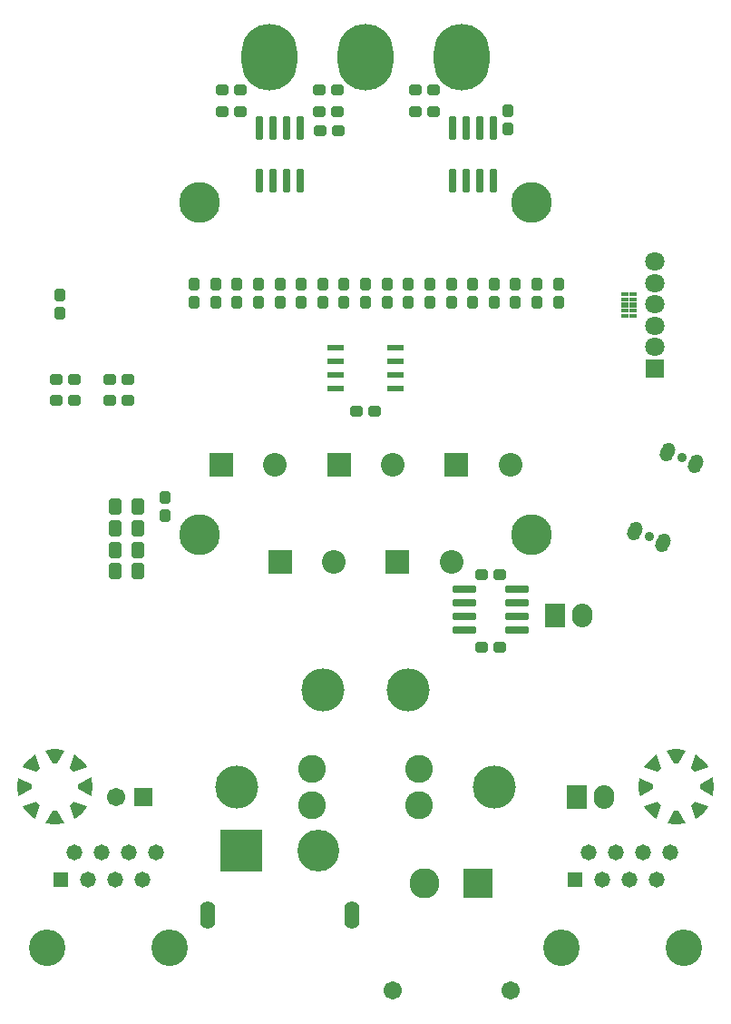
<source format=gbs>
%TF.GenerationSoftware,Altium Limited,Altium Designer,23.4.1 (23)*%
G04 Layer_Color=16711935*
%FSLAX45Y45*%
%MOMM*%
%TF.SameCoordinates,71FFD784-3963-444D-9D63-9DA0FBDCC313*%
%TF.FilePolarity,Negative*%
%TF.FileFunction,Soldermask,Bot*%
%TF.Part,Single*%
G01*
G75*
%TA.AperFunction,ComponentPad*%
%ADD48C,3.80000*%
%TA.AperFunction,SMDPad,CuDef*%
%ADD77R,1.60300X0.55880*%
G04:AMPARAMS|DCode=115|XSize=1.1032mm|YSize=1.0032mm|CornerRadius=0.1616mm|HoleSize=0mm|Usage=FLASHONLY|Rotation=180.000|XOffset=0mm|YOffset=0mm|HoleType=Round|Shape=RoundedRectangle|*
%AMROUNDEDRECTD115*
21,1,1.10320,0.68000,0,0,180.0*
21,1,0.78000,1.00320,0,0,180.0*
1,1,0.32320,-0.39000,0.34000*
1,1,0.32320,0.39000,0.34000*
1,1,0.32320,0.39000,-0.34000*
1,1,0.32320,-0.39000,-0.34000*
%
%ADD115ROUNDEDRECTD115*%
G04:AMPARAMS|DCode=118|XSize=1.1032mm|YSize=1.0032mm|CornerRadius=0.1616mm|HoleSize=0mm|Usage=FLASHONLY|Rotation=270.000|XOffset=0mm|YOffset=0mm|HoleType=Round|Shape=RoundedRectangle|*
%AMROUNDEDRECTD118*
21,1,1.10320,0.68000,0,0,270.0*
21,1,0.78000,1.00320,0,0,270.0*
1,1,0.32320,-0.34000,-0.39000*
1,1,0.32320,-0.34000,0.39000*
1,1,0.32320,0.34000,0.39000*
1,1,0.32320,0.34000,-0.39000*
%
%ADD118ROUNDEDRECTD118*%
G04:AMPARAMS|DCode=120|XSize=1.1032mm|YSize=1.6032mm|CornerRadius=0.1691mm|HoleSize=0mm|Usage=FLASHONLY|Rotation=180.000|XOffset=0mm|YOffset=0mm|HoleType=Round|Shape=RoundedRectangle|*
%AMROUNDEDRECTD120*
21,1,1.10320,1.26500,0,0,180.0*
21,1,0.76500,1.60320,0,0,180.0*
1,1,0.33820,-0.38250,0.63250*
1,1,0.33820,0.38250,0.63250*
1,1,0.33820,0.38250,-0.63250*
1,1,0.33820,-0.38250,-0.63250*
%
%ADD120ROUNDEDRECTD120*%
%TA.AperFunction,ComponentPad*%
%ADD140C,2.20320*%
%ADD141R,2.20320X2.20320*%
%ADD142C,4.00320*%
%ADD143R,1.90320X2.20320*%
%ADD144O,1.90320X2.20320*%
%ADD145C,1.70320*%
%ADD146R,1.70320X1.70320*%
%ADD147C,1.80320*%
%ADD148R,1.80320X1.80320*%
%ADD149R,1.47120X1.47120*%
%ADD150C,1.47120*%
%ADD151C,3.40320*%
%ADD152C,1.71120*%
%ADD153C,2.80320*%
%ADD154R,2.80320X2.80320*%
%ADD155O,1.40320X2.60320*%
%ADD156R,3.90320X3.90320*%
%ADD157C,3.90320*%
%ADD158C,0.91320*%
G04:AMPARAMS|DCode=159|XSize=1.8032mm|YSize=1.3032mm|CornerRadius=0mm|HoleSize=0mm|Usage=FLASHONLY|Rotation=67.500|XOffset=0mm|YOffset=0mm|HoleType=Round|Shape=Round|*
%AMOVALD159*
21,1,0.50000,1.30320,0.00000,0.00000,67.5*
1,1,1.30320,-0.09567,-0.23097*
1,1,1.30320,0.09567,0.23097*
%
%ADD159OVALD159*%

%ADD160C,2.60320*%
%ADD161O,5.20320X6.20320*%
%TA.AperFunction,SMDPad,CuDef*%
G04:AMPARAMS|DCode=162|XSize=0.7366mm|YSize=2.1844mm|CornerRadius=0.16828mm|HoleSize=0mm|Usage=FLASHONLY|Rotation=0.000|XOffset=0mm|YOffset=0mm|HoleType=Round|Shape=RoundedRectangle|*
%AMROUNDEDRECTD162*
21,1,0.73660,1.84785,0,0,0.0*
21,1,0.40005,2.18440,0,0,0.0*
1,1,0.33655,0.20002,-0.92392*
1,1,0.33655,-0.20002,-0.92392*
1,1,0.33655,-0.20002,0.92392*
1,1,0.33655,0.20002,0.92392*
%
%ADD162ROUNDEDRECTD162*%
%ADD163R,0.72500X0.35000*%
%ADD164R,0.80000X0.55000*%
%ADD165R,0.67500X0.55000*%
G04:AMPARAMS|DCode=166|XSize=0.7366mm|YSize=2.1844mm|CornerRadius=0.16828mm|HoleSize=0mm|Usage=FLASHONLY|Rotation=90.000|XOffset=0mm|YOffset=0mm|HoleType=Round|Shape=RoundedRectangle|*
%AMROUNDEDRECTD166*
21,1,0.73660,1.84785,0,0,90.0*
21,1,0.40005,2.18440,0,0,90.0*
1,1,0.33655,0.92392,0.20002*
1,1,0.33655,0.92392,-0.20002*
1,1,0.33655,-0.92392,-0.20002*
1,1,0.33655,-0.92392,0.20002*
%
%ADD166ROUNDEDRECTD166*%
G36*
X-2835904Y-3555241D02*
X-2814927Y-3560497D01*
X-2877800Y-3680400D01*
X-2923200D01*
X-2985956Y-3560719D01*
Y-3560719D01*
X-2985956D01*
X-2964994Y-3555408D01*
X-2922080Y-3550028D01*
X-2878831Y-3549972D01*
X-2835904Y-3555241D01*
D02*
G37*
G36*
X-2720872Y-3599312D02*
X-2702294Y-3610380D01*
X-2668146Y-3636920D01*
X-2637524Y-3667462D01*
X-2610895Y-3701541D01*
X-2599779Y-3720090D01*
X-2729021Y-3760417D01*
X-2761124Y-3728314D01*
X-2720872Y-3599312D01*
X-2720872Y-3599312D01*
Y-3599312D01*
D02*
G37*
G36*
X-3039583Y-3729021D02*
X-3071686Y-3761124D01*
X-3200688Y-3720872D01*
X-3200688Y-3720872D01*
X-3189621Y-3702294D01*
X-3163081Y-3668146D01*
X-3132538Y-3637524D01*
X-3098459Y-3610895D01*
X-3079910Y-3599779D01*
X-3039583Y-3729021D01*
D02*
G37*
G36*
X-2555408Y-3835007D02*
X-2550028Y-3877920D01*
X-2549972Y-3921169D01*
X-2555241Y-3964097D01*
X-2560497Y-3985073D01*
X-2680400Y-3922200D01*
Y-3876800D01*
X-2560719Y-3814044D01*
X-2560719D01*
X-2555408Y-3835007D01*
D02*
G37*
G36*
X-3119600Y-3877800D02*
Y-3923200D01*
X-3239281Y-3985956D01*
X-3239281D01*
X-3239281Y-3985956D01*
X-3244592Y-3964994D01*
X-3249972Y-3922080D01*
X-3250028Y-3878831D01*
X-3244760Y-3835904D01*
X-3239504Y-3814927D01*
X-3119600Y-3877800D01*
D02*
G37*
G36*
X-2599312Y-4079128D02*
X-2599312Y-4079128D01*
X-2599312Y-4079128D01*
X-2610380Y-4097706D01*
X-2636920Y-4131855D01*
X-2667462Y-4162476D01*
X-2701541Y-4189105D01*
X-2720090Y-4200221D01*
X-2760417Y-4070979D01*
X-2728314Y-4038876D01*
X-2599312Y-4079128D01*
D02*
G37*
G36*
X-3038876Y-4071686D02*
X-3079128Y-4200688D01*
X-3079128Y-4200688D01*
X-3079128D01*
X-3097706Y-4189621D01*
X-3131855Y-4163081D01*
X-3162476Y-4132538D01*
X-3189105Y-4098459D01*
X-3200221Y-4079910D01*
X-3070979Y-4039583D01*
X-3038876Y-4071686D01*
D02*
G37*
G36*
X-2814044Y-4239281D02*
Y-4239281D01*
Y-4239281D01*
X-2835007Y-4244592D01*
X-2877920Y-4249972D01*
X-2921169Y-4250028D01*
X-2964097Y-4244760D01*
X-2985073Y-4239504D01*
X-2922200Y-4119600D01*
X-2876800D01*
X-2814044Y-4239281D01*
D02*
G37*
G36*
X2964096Y-3555241D02*
X2985073Y-3560497D01*
X2922200Y-3680400D01*
X2876800D01*
X2814044Y-3560719D01*
Y-3560719D01*
X2814044D01*
X2835007Y-3555408D01*
X2877920Y-3550028D01*
X2921169Y-3549972D01*
X2964096Y-3555241D01*
D02*
G37*
G36*
X3079128Y-3599312D02*
X3097706Y-3610380D01*
X3131854Y-3636920D01*
X3162476Y-3667462D01*
X3189105Y-3701541D01*
X3200221Y-3720090D01*
X3070979Y-3760417D01*
X3038876Y-3728314D01*
X3079128Y-3599312D01*
X3079128Y-3599312D01*
Y-3599312D01*
D02*
G37*
G36*
X2760417Y-3729021D02*
X2728314Y-3761124D01*
X2599312Y-3720872D01*
X2599312Y-3720872D01*
X2610379Y-3702294D01*
X2636920Y-3668146D01*
X2667462Y-3637524D01*
X2701541Y-3610895D01*
X2720090Y-3599779D01*
X2760417Y-3729021D01*
D02*
G37*
G36*
X3244592Y-3835007D02*
X3249972Y-3877920D01*
X3250028Y-3921169D01*
X3244760Y-3964097D01*
X3239504Y-3985073D01*
X3119600Y-3922200D01*
Y-3876800D01*
X3239281Y-3814044D01*
X3239281D01*
X3244592Y-3835007D01*
D02*
G37*
G36*
X2680400Y-3877800D02*
Y-3923200D01*
X2560719Y-3985956D01*
X2560719D01*
X2560719Y-3985956D01*
X2555408Y-3964994D01*
X2550028Y-3922080D01*
X2549972Y-3878831D01*
X2555240Y-3835904D01*
X2560496Y-3814927D01*
X2680400Y-3877800D01*
D02*
G37*
G36*
X3200688Y-4079128D02*
X3200688Y-4079128D01*
X3200688Y-4079128D01*
X3189620Y-4097706D01*
X3163080Y-4131855D01*
X3132538Y-4162476D01*
X3098459Y-4189105D01*
X3079910Y-4200221D01*
X3039583Y-4070979D01*
X3071686Y-4038876D01*
X3200688Y-4079128D01*
D02*
G37*
G36*
X2761124Y-4071686D02*
X2720872Y-4200688D01*
X2720872Y-4200688D01*
X2720872D01*
X2702294Y-4189621D01*
X2668146Y-4163081D01*
X2637524Y-4132538D01*
X2610895Y-4098459D01*
X2599779Y-4079910D01*
X2729021Y-4039583D01*
X2761124Y-4071686D01*
D02*
G37*
G36*
X2985956Y-4239281D02*
Y-4239281D01*
Y-4239281D01*
X2964993Y-4244592D01*
X2922080Y-4249972D01*
X2878831Y-4250028D01*
X2835903Y-4244760D01*
X2814927Y-4239504D01*
X2877800Y-4119600D01*
X2923200D01*
X2985956Y-4239281D01*
D02*
G37*
D48*
X1550000Y1550000D02*
D03*
Y-1550000D02*
D03*
X-1550000D02*
D03*
Y1550000D02*
D03*
D77*
X-275730Y-63500D02*
D03*
Y63500D02*
D03*
Y190500D02*
D03*
X275730Y-190500D02*
D03*
Y63500D02*
D03*
Y190500D02*
D03*
X-275730Y-190500D02*
D03*
X275730Y-63500D02*
D03*
D115*
X85000Y-400000D02*
D03*
X-85000D02*
D03*
X-2215000Y-100000D02*
D03*
X-2385000D02*
D03*
X-2215000Y-300000D02*
D03*
X-2385000D02*
D03*
X-2715000D02*
D03*
X-2885000D02*
D03*
X-2885000Y-100000D02*
D03*
X-2715000D02*
D03*
X-1165000Y2600000D02*
D03*
X-1335000D02*
D03*
X-1165000Y2400000D02*
D03*
X-1335000D02*
D03*
X-265000D02*
D03*
X-435000D02*
D03*
X-265000Y2600000D02*
D03*
X-435000D02*
D03*
X-425000Y2220000D02*
D03*
X-255000D02*
D03*
X635000Y2400000D02*
D03*
X465000D02*
D03*
X635000Y2600000D02*
D03*
X465000D02*
D03*
X1255000Y-1920000D02*
D03*
X1085000D02*
D03*
X1085000Y-2600000D02*
D03*
X1255000D02*
D03*
D118*
X-1870000Y-1375000D02*
D03*
Y-1205000D02*
D03*
X-2850000Y685000D02*
D03*
Y515000D02*
D03*
X1330000Y2405000D02*
D03*
Y2235000D02*
D03*
X-1600000Y615000D02*
D03*
Y785000D02*
D03*
X-1400000Y615000D02*
D03*
Y785000D02*
D03*
X-1200000Y615000D02*
D03*
Y785000D02*
D03*
X-1000000Y615000D02*
D03*
Y785000D02*
D03*
X-800000Y615000D02*
D03*
Y785000D02*
D03*
X-600000Y615000D02*
D03*
Y785000D02*
D03*
X-400000Y615000D02*
D03*
Y785000D02*
D03*
X-200000Y615000D02*
D03*
Y785000D02*
D03*
X0Y615000D02*
D03*
Y785000D02*
D03*
X200000Y615000D02*
D03*
Y785000D02*
D03*
X400000Y615000D02*
D03*
Y785000D02*
D03*
X600000Y615000D02*
D03*
Y785000D02*
D03*
X800000Y615000D02*
D03*
Y785000D02*
D03*
X1000000Y615000D02*
D03*
Y785000D02*
D03*
X1200000Y615000D02*
D03*
Y785000D02*
D03*
X1400000Y615000D02*
D03*
Y785000D02*
D03*
X1600000Y615000D02*
D03*
Y785000D02*
D03*
X1800000Y615000D02*
D03*
Y785000D02*
D03*
D120*
X-2125000Y-1290000D02*
D03*
X-2335000D02*
D03*
X-2125000Y-1490000D02*
D03*
X-2335000D02*
D03*
X-2125000Y-1690000D02*
D03*
X-2335000D02*
D03*
Y-1890000D02*
D03*
X-2125000D02*
D03*
D140*
X-850000Y-900000D02*
D03*
X250000D02*
D03*
X1350000D02*
D03*
X-300000Y-1800000D02*
D03*
X800000D02*
D03*
D141*
X-1350000Y-900000D02*
D03*
X-250000D02*
D03*
X850000D02*
D03*
X-800000Y-1800000D02*
D03*
X300000D02*
D03*
D142*
X400000Y-3000000D02*
D03*
X-400000D02*
D03*
X-1200000Y-3900000D02*
D03*
X1200000D02*
D03*
D143*
X1773000Y-2300000D02*
D03*
X1973000Y-4000000D02*
D03*
D144*
X2027000Y-2300000D02*
D03*
X2227000Y-4000000D02*
D03*
D145*
X-2327000D02*
D03*
D146*
X-2073000D02*
D03*
D147*
X2700000Y1000000D02*
D03*
Y800000D02*
D03*
Y200000D02*
D03*
Y400000D02*
D03*
Y600000D02*
D03*
D148*
Y0D02*
D03*
D149*
X1955500Y-4765000D02*
D03*
X-2844500D02*
D03*
D150*
X2082500Y-4511000D02*
D03*
X2209500Y-4765000D02*
D03*
X2336500Y-4511000D02*
D03*
X2463500Y-4765000D02*
D03*
X2590500Y-4511000D02*
D03*
X2717500Y-4765000D02*
D03*
X2844500Y-4511000D02*
D03*
X-2717500D02*
D03*
X-2590500Y-4765000D02*
D03*
X-2463500Y-4511000D02*
D03*
X-2336500Y-4765000D02*
D03*
X-2209500Y-4511000D02*
D03*
X-2082500Y-4765000D02*
D03*
X-1955500Y-4511000D02*
D03*
D151*
X1828500Y-5400000D02*
D03*
X2971500D02*
D03*
X-2971500D02*
D03*
X-1828500D02*
D03*
D152*
X1350000Y-5800000D02*
D03*
X250000D02*
D03*
D153*
X550000Y-4800000D02*
D03*
D154*
X1050000D02*
D03*
D155*
X-1475000Y-5100000D02*
D03*
X-125000D02*
D03*
D156*
X-1160000Y-4500000D02*
D03*
D157*
X-440000D02*
D03*
D158*
X2646927Y-1569552D02*
D03*
X2953073Y-830448D02*
D03*
D159*
X2514812Y-1514828D02*
D03*
X2820959Y-775724D02*
D03*
X2779041Y-1624275D02*
D03*
X3085188Y-885172D02*
D03*
D160*
X-496000Y-3730000D02*
D03*
Y-4070000D02*
D03*
X496000Y-3730000D02*
D03*
Y-4070000D02*
D03*
D161*
X-900000Y2900000D02*
D03*
X0D02*
D03*
X900000D02*
D03*
D162*
X-609492Y2246372D02*
D03*
X-736492Y1753612D02*
D03*
Y2246372D02*
D03*
X-863492D02*
D03*
Y1753612D02*
D03*
X-609492D02*
D03*
X-990492Y2246372D02*
D03*
Y1753612D02*
D03*
X1190508Y2246372D02*
D03*
X1063508Y1753612D02*
D03*
Y2246372D02*
D03*
X936508D02*
D03*
Y1753612D02*
D03*
X1190508D02*
D03*
X809508D02*
D03*
Y2246372D02*
D03*
D163*
X2498750Y690000D02*
D03*
Y640000D02*
D03*
Y540000D02*
D03*
Y490000D02*
D03*
X2421250D02*
D03*
Y540000D02*
D03*
Y640000D02*
D03*
Y690000D02*
D03*
D164*
X2495000Y590000D02*
D03*
D165*
X2418750D02*
D03*
D166*
X1416388Y-2186492D02*
D03*
X923628Y-2313492D02*
D03*
Y-2440492D02*
D03*
Y-2059492D02*
D03*
X1416388Y-2313492D02*
D03*
X923628Y-2186492D02*
D03*
X1416388Y-2059492D02*
D03*
Y-2440492D02*
D03*
%TF.MD5,382bef556db4d181d5f687cfcfe2cf51*%
M02*

</source>
